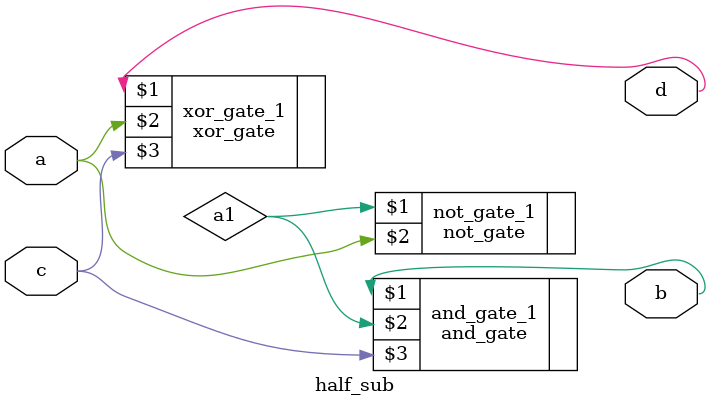
<source format=v>
module half_sub(d,b,a,c);
input a,c;
output d,b;
xor_gate xor_gate_1(d,a,c);
not_gate not_gate_1(a1,a);
and_gate and_gate_1(b,a1,c);
endmodule

</source>
